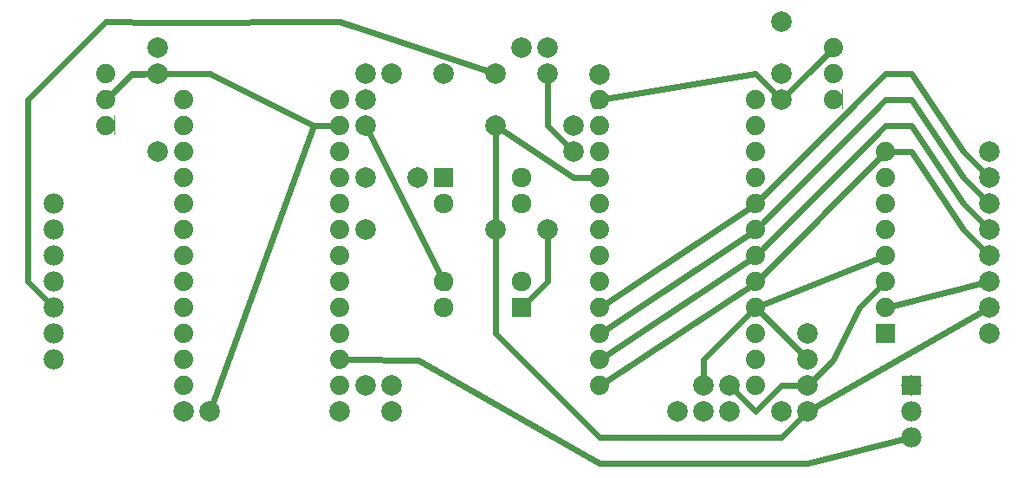
<source format=gbr>
G04*
G04 GERBER (RE)GENERATED BY FLATCAM v8.994 - www.flatcam.org - Version Date: 2020/11/7*
G04 Filename: PCB_PCB1_854475050_copperBottom.gbl_edit_3*
G04 Created on : Tuesday, 23 March 2021 at 19:15*
G04*
G04 RS-274X GERBER GENERATED BY FLATCAM v8.994 - www.flatcam.org - Version Date: 2020/11/7*
G04 Filename: PCB_PCB1_854475050_copperBottom.gbl_edit_3*
G04 Created on : Tuesday, 23 March 2021 at 19:15*
%FSLAX24Y24*%
%MOIN*%
%ADD10C,0.07399985199999999*%
%ADD11C,0.077999844*%
%ADD12C,0.075666848666*%
%ADD13C,0.07569484861*%
%ADD14C,0.03936992126*%
%ADD15R,0.077999844X0.077999844*%
%ADD16R,0.075666848666X0.075666848666*%
%ADD17R,0.07399985199999999X0.07399985199999999*%
%ADD18C,0.023999952*%
%ADD19R,0.000999998X0.000999998*%
%ADD22C,0.07874*%
%ADD25C,0.07874*%

G70*
G90*
G01*
%LPD*%
D10*
X22610Y15210D03*
X22610Y14210D03*
X22610Y13210D03*
X22610Y12210D03*
X22610Y11210D03*
X22610Y10210D03*
X22610Y09210D03*
X22610Y08210D03*
X22610Y07210D03*
X22610Y06210D03*
X22610Y05210D03*
X22610Y04210D03*
X28610Y04210D03*
X28610Y05210D03*
X28610Y06210D03*
X28610Y07210D03*
X28610Y08210D03*
X28610Y09210D03*
X28610Y10210D03*
X28610Y11210D03*
X28610Y12210D03*
X28610Y13210D03*
X28610Y14210D03*
X28610Y15210D03*
X22610Y15210D03*
X22610Y14210D03*
X22610Y13210D03*
X22610Y12210D03*
X22610Y11210D03*
X22610Y10210D03*
X22610Y09210D03*
X22610Y08210D03*
X22610Y07210D03*
X22610Y06210D03*
X22610Y05210D03*
X22610Y04210D03*
X28610Y04210D03*
X28610Y05210D03*
X28610Y06210D03*
X28610Y07210D03*
X28610Y08210D03*
X28610Y09210D03*
X28610Y10210D03*
X28610Y11210D03*
X28610Y12210D03*
X28610Y13210D03*
X28610Y14210D03*
X28610Y15210D03*
X03610Y14210D03*
X03610Y15210D03*
X03610Y16210D03*
X31610Y15210D03*
X31610Y16210D03*
X31610Y17210D03*
X06610Y15210D03*
X06610Y14210D03*
X06610Y13210D03*
X06610Y12210D03*
X06610Y11210D03*
X06610Y10210D03*
X06610Y09210D03*
X06610Y08210D03*
X06610Y07210D03*
X06610Y06210D03*
X06610Y05210D03*
X06610Y04210D03*
X12610Y04210D03*
X12610Y05210D03*
X12610Y06210D03*
X12610Y07210D03*
X12610Y08210D03*
X12610Y09210D03*
X12610Y10210D03*
X12610Y11210D03*
X12610Y12210D03*
X12610Y13210D03*
X12610Y14210D03*
X12610Y15210D03*
X06610Y15210D03*
X06610Y14210D03*
X06610Y13210D03*
X06610Y12210D03*
X06610Y11210D03*
X06610Y10210D03*
X06610Y09210D03*
X06610Y08210D03*
X06610Y07210D03*
X06610Y06210D03*
X06610Y05210D03*
X06610Y04210D03*
X12610Y04210D03*
X12610Y05210D03*
X12610Y06210D03*
X12610Y07210D03*
X12610Y08210D03*
X12610Y09210D03*
X12610Y10210D03*
X12610Y11210D03*
X12610Y12210D03*
X12610Y13210D03*
X12610Y14210D03*
X12610Y15210D03*
X33610Y07210D03*
X33610Y08210D03*
X33610Y09210D03*
X33610Y10210D03*
X33610Y11210D03*
X33610Y12210D03*
X33610Y13210D03*
X33610Y07210D03*
X33610Y08210D03*
X33610Y09210D03*
X33610Y10210D03*
X33610Y11210D03*
X33610Y12210D03*
X33610Y13210D03*
D11*
X01610Y05210D03*
X01610Y06210D03*
X01610Y07210D03*
X01610Y08210D03*
X01610Y09210D03*
X01610Y10210D03*
X01610Y11210D03*
X34610Y04210D03*
X34610Y03210D03*
X34610Y02210D03*
D12*
X19610Y07210D03*
X16620Y07210D03*
X16610Y12210D03*
X19600Y12210D03*
D13*
X19610Y08210D03*
X16610Y08210D03*
X16610Y11210D03*
X19610Y11210D03*
D14*
X15610Y12210D03*
X13610Y15210D03*
X05610Y13210D03*
X18610Y14220D03*
X13610Y14210D03*
X13610Y12210D03*
X07610Y03210D03*
X12610Y03210D03*
X06610Y03210D03*
X05610Y17210D03*
X13610Y04210D03*
X05610Y16210D03*
X21610Y13210D03*
X30610Y03210D03*
X29610Y03210D03*
X27610Y03210D03*
X30610Y06210D03*
X26610Y03210D03*
X25610Y03210D03*
X30610Y05210D03*
X30610Y04210D03*
X26610Y04210D03*
X27610Y04210D03*
X37610Y13210D03*
X37610Y07210D03*
X37610Y11210D03*
X37610Y10210D03*
X37610Y09210D03*
X37610Y06210D03*
X37610Y12210D03*
X37610Y08210D03*
X21610Y14210D03*
X20610Y10210D03*
X18610Y10210D03*
X13610Y10210D03*
X14610Y03210D03*
X14610Y04210D03*
X20610Y16210D03*
X14610Y16210D03*
X13610Y16210D03*
X19610Y17210D03*
X20610Y17210D03*
X16610Y16210D03*
X18610Y16210D03*
X29610Y16210D03*
X29610Y15210D03*
X29610Y18210D03*
X20617Y16210D03*
D15*
X34610Y04210D03*
D16*
X19610Y07210D03*
X16610Y12210D03*
D17*
X33610Y06210D03*
X33610Y06210D03*
D18*
X07610Y16200D02*
X05620Y16200D01*
X07610Y16200D03*
X11620Y14210D02*
X07610Y16200D01*
X12610Y14210D02*
X11620Y14210D01*
X05620Y16200D02*
X04620Y16190D01*
X04620Y16190D02*
X03830Y15420D01*
X30620Y01200D03*
X30620Y01200D02*
X22760Y01200D01*
X34320Y02130D02*
X30620Y01200D01*
X22620Y01200D02*
X15630Y05190D01*
X22760Y01200D02*
X22620Y01200D01*
X15630Y05190D02*
X12920Y05210D01*
X11620Y14210D02*
X12610Y14210D01*
X07680Y03390D02*
X11620Y14210D01*
X05620Y16200D02*
X04620Y16200D01*
X04620Y16200D02*
X03830Y15420D01*
X22610Y12210D02*
X22410Y12450D01*
X22610Y12210D03*
X18750Y14080D02*
X18620Y14200D01*
X18620Y14200D02*
X21610Y12210D01*
X21610Y12210D02*
X22610Y12210D01*
X18610Y14030D02*
X18610Y10400D01*
X20610Y10020D02*
X20620Y08200D01*
X20620Y08200D02*
X19810Y07400D01*
X13620Y14200D02*
X16620Y08200D01*
X16620Y08200D02*
X16750Y07960D01*
X13700Y14040D02*
X13620Y14200D01*
X36610Y13210D02*
X37600Y12200D01*
X34620Y16210D02*
X36610Y13210D01*
X33610Y16210D02*
X34620Y16210D01*
X32610Y15210D02*
X32620Y15210D01*
X28630Y11200D02*
X32610Y15210D01*
X32620Y15210D02*
X32620Y15200D01*
X32620Y15200D02*
X33610Y16210D01*
X22870Y07380D02*
X28630Y11200D01*
X31610Y05220D02*
X30630Y04200D01*
X29620Y04200D02*
X28620Y03200D01*
X28620Y03200D02*
X27620Y04210D01*
X30630Y04200D02*
X29620Y04200D01*
X32620Y07200D02*
X31610Y05220D01*
X33600Y08200D02*
X32620Y07200D01*
X33600Y08200D03*
X28620Y07200D02*
X33600Y09200D01*
X30630Y05200D02*
X28620Y07200D01*
X28620Y07200D02*
X30630Y05200D01*
X26610Y04400D02*
X26620Y05200D01*
X29610Y02210D02*
X22610Y02210D01*
X30620Y03220D02*
X29610Y02210D01*
X18600Y06220D02*
X18610Y10020D01*
X22610Y02210D02*
X18600Y06220D01*
X37610Y07200D02*
X30620Y03220D01*
X28610Y16200D02*
X29610Y15220D01*
X29610Y15220D02*
X29610Y15200D01*
X22610Y15200D02*
X28610Y16200D01*
X29610Y15200D02*
X30610Y16200D01*
X30610Y16200D02*
X31400Y16990D01*
X29610Y15200D03*
X22410Y14970D02*
X22610Y15200D01*
X36610Y10210D02*
X34620Y13200D01*
X37480Y09340D02*
X36610Y10210D01*
X34620Y13200D02*
X33610Y13200D01*
X28630Y08190D02*
X22870Y04380D01*
X33610Y13200D02*
X28630Y08190D01*
X34620Y15210D02*
X36610Y12220D01*
X36610Y12220D02*
X37480Y11340D01*
X33610Y15210D02*
X34620Y15210D01*
X28630Y10210D02*
X33610Y15210D01*
X22870Y06380D02*
X28630Y10210D01*
X36610Y11210D02*
X37480Y10340D01*
X34620Y14210D02*
X36610Y11210D01*
X33610Y14210D02*
X34620Y14210D01*
X28630Y09220D02*
X33610Y14210D01*
X22870Y05380D02*
X28630Y09220D01*
X33920Y07280D02*
X37430Y08160D01*
X03620Y18200D02*
X05630Y18190D01*
X00620Y15200D02*
X03620Y18200D01*
X12610Y18200D02*
X18430Y16270D01*
X05630Y18190D02*
X12610Y18200D01*
X00600Y08200D02*
X00620Y15200D01*
X01400Y07420D02*
X00600Y08200D01*
X20610Y16020D02*
X20610Y14210D01*
X20610Y14210D02*
X21480Y13340D01*
X29610Y15200D02*
X30610Y16200D01*
X30610Y16200D02*
X31400Y16990D01*
X29610Y15200D03*
X26620Y05200D02*
X28620Y07200D01*
X27620Y04210D03*
D19*
X31970Y15580D03*
X31970Y15570D03*
X31970Y15560D03*
X31970Y15550D03*
X31970Y15540D03*
X31970Y15530D03*
X31970Y15520D03*
X31970Y15510D03*
X31970Y15500D03*
X31970Y15490D03*
X31970Y15480D03*
X31970Y15470D03*
X31970Y15460D03*
X31970Y15450D03*
X31970Y15440D03*
X31970Y15430D03*
X31970Y15420D03*
X31560Y15410D03*
X31970Y15410D03*
X31530Y15400D03*
X31970Y15400D03*
X31510Y15390D03*
X31970Y15390D03*
X31490Y15380D03*
X31970Y15380D03*
X31480Y15370D03*
X31970Y15370D03*
X31470Y15360D03*
X31970Y15360D03*
X31460Y15350D03*
X31970Y15350D03*
X31450Y15340D03*
X31970Y15340D03*
X31440Y15330D03*
X31970Y15330D03*
X31440Y15320D03*
X31970Y15320D03*
X31430Y15310D03*
X31970Y15310D03*
X31420Y15300D03*
X31970Y15300D03*
X31420Y15290D03*
X31970Y15290D03*
X31420Y15280D03*
X31970Y15280D03*
X31410Y15270D03*
X31970Y15270D03*
X31410Y15260D03*
X31970Y15260D03*
X31410Y15250D03*
X31970Y15250D03*
X31410Y15240D03*
X31970Y15240D03*
X31410Y15230D03*
X31970Y15230D03*
X31410Y15220D03*
X31970Y15220D03*
X31410Y15210D03*
X31970Y15210D03*
X31410Y15200D03*
X31970Y15200D03*
X31410Y15190D03*
X31970Y15190D03*
X31410Y15180D03*
X31970Y15180D03*
X31410Y15170D03*
X31970Y15170D03*
X31420Y15160D03*
X31970Y15160D03*
X31420Y15150D03*
X31970Y15150D03*
X31420Y15140D03*
X31970Y15140D03*
X31430Y15130D03*
X31970Y15130D03*
X31430Y15120D03*
X31970Y15120D03*
X31440Y15110D03*
X31970Y15110D03*
X31450Y15100D03*
X31970Y15100D03*
X31450Y15090D03*
X31970Y15090D03*
X31460Y15080D03*
X31970Y15080D03*
X31470Y15070D03*
X31970Y15070D03*
X31490Y15060D03*
X31970Y15060D03*
X31500Y15050D03*
X31970Y15050D03*
X31520Y15040D03*
X31970Y15040D03*
X31550Y15030D03*
X31970Y15030D03*
X31970Y15020D03*
X31970Y15010D03*
X31970Y15000D03*
X31970Y14990D03*
X31970Y14980D03*
X31970Y14970D03*
X31970Y14960D03*
X31970Y14950D03*
X31970Y14940D03*
X31970Y14930D03*
X31970Y14920D03*
X31970Y14910D03*
X31970Y14900D03*
X31970Y14890D03*
X31970Y14880D03*
X31970Y14870D03*
X31970Y14860D03*
X31970Y14850D03*
X03970Y14580D03*
X03970Y14570D03*
X03970Y14560D03*
X03970Y14550D03*
X03970Y14540D03*
X03970Y14530D03*
X03970Y14520D03*
X03970Y14510D03*
X03970Y14500D03*
X03970Y14490D03*
X03970Y14480D03*
X03970Y14470D03*
X03970Y14460D03*
X03970Y14450D03*
X03970Y14440D03*
X03970Y14430D03*
X03970Y14420D03*
X03560Y14410D03*
X03970Y14410D03*
X03530Y14400D03*
X03970Y14400D03*
X03510Y14390D03*
X03970Y14390D03*
X03490Y14380D03*
X03970Y14380D03*
X03480Y14370D03*
X03970Y14370D03*
X03470Y14360D03*
X03970Y14360D03*
X03460Y14350D03*
X03970Y14350D03*
X03450Y14340D03*
X03970Y14340D03*
X03440Y14330D03*
X03970Y14330D03*
X03440Y14320D03*
X03970Y14320D03*
X03430Y14310D03*
X03970Y14310D03*
X03420Y14300D03*
X03970Y14300D03*
X03420Y14290D03*
X03970Y14290D03*
X03420Y14280D03*
X03970Y14280D03*
X03410Y14270D03*
X03970Y14270D03*
X03410Y14260D03*
X03970Y14260D03*
X03410Y14250D03*
X03970Y14250D03*
X03410Y14240D03*
X03970Y14240D03*
X03410Y14230D03*
X03970Y14230D03*
X03410Y14220D03*
X03970Y14220D03*
X03410Y14210D03*
X03970Y14210D03*
X03410Y14200D03*
X03970Y14200D03*
X03410Y14190D03*
X03970Y14190D03*
X03410Y14180D03*
X03970Y14180D03*
X03410Y14170D03*
X03970Y14170D03*
X03420Y14160D03*
X03970Y14160D03*
X03420Y14150D03*
X03970Y14150D03*
X03420Y14140D03*
X03970Y14140D03*
X03430Y14130D03*
X03970Y14130D03*
X03430Y14120D03*
X03970Y14120D03*
X03440Y14110D03*
X03970Y14110D03*
X03450Y14100D03*
X03970Y14100D03*
X03450Y14090D03*
X03970Y14090D03*
X03460Y14080D03*
X03970Y14080D03*
X03470Y14070D03*
X03970Y14070D03*
X03490Y14060D03*
X03970Y14060D03*
X03500Y14050D03*
X03970Y14050D03*
X03520Y14040D03*
X03970Y14040D03*
X03550Y14030D03*
X03970Y14030D03*
X03970Y14020D03*
X03970Y14010D03*
X03970Y14000D03*
X03970Y13990D03*
X03970Y13980D03*
X03970Y13970D03*
X03970Y13960D03*
X03970Y13950D03*
X03970Y13940D03*
X03970Y13930D03*
X03970Y13920D03*
X03970Y13910D03*
X03970Y13900D03*
X03970Y13890D03*
X03970Y13880D03*
X03970Y13870D03*
X03970Y13860D03*
X03970Y13850D03*
X22612Y16181D03*
D22*
X22608Y16191D03*
D25*
X20617Y17218D03*
X20604Y16209D03*
X19618Y17209D03*
X18617Y16211D03*
X16611Y16213D03*
X21605Y14200D03*
X21605Y13214D03*
X18609Y14215D03*
X20609Y10207D03*
X18607Y10213D03*
X05608Y16208D03*
X05602Y17208D03*
X05614Y13215D03*
X37602Y13217D03*
X37602Y12206D03*
X37602Y11207D03*
X37610Y10213D03*
X37612Y09215D03*
X37611Y08209D03*
X37607Y07209D03*
X37610Y06207D03*
X29610Y18215D03*
X29610Y16210D03*
X29603Y15210D03*
X30610Y06214D03*
X30610Y05212D03*
X30611Y04211D03*
X30613Y03214D03*
X29615Y03211D03*
X27604Y03208D03*
X27610Y04214D03*
X26607Y04205D03*
X26611Y03205D03*
X25616Y03214D03*
X13611Y16206D03*
X14617Y16212D03*
X13612Y15210D03*
X13608Y14211D03*
X15613Y12211D03*
X13615Y12217D03*
X13611Y10212D03*
X14608Y04210D03*
X14614Y03212D03*
X13616Y04211D03*
X12609Y03211D03*
X07610Y03210D03*
X06611Y03209D03*
M02*

</source>
